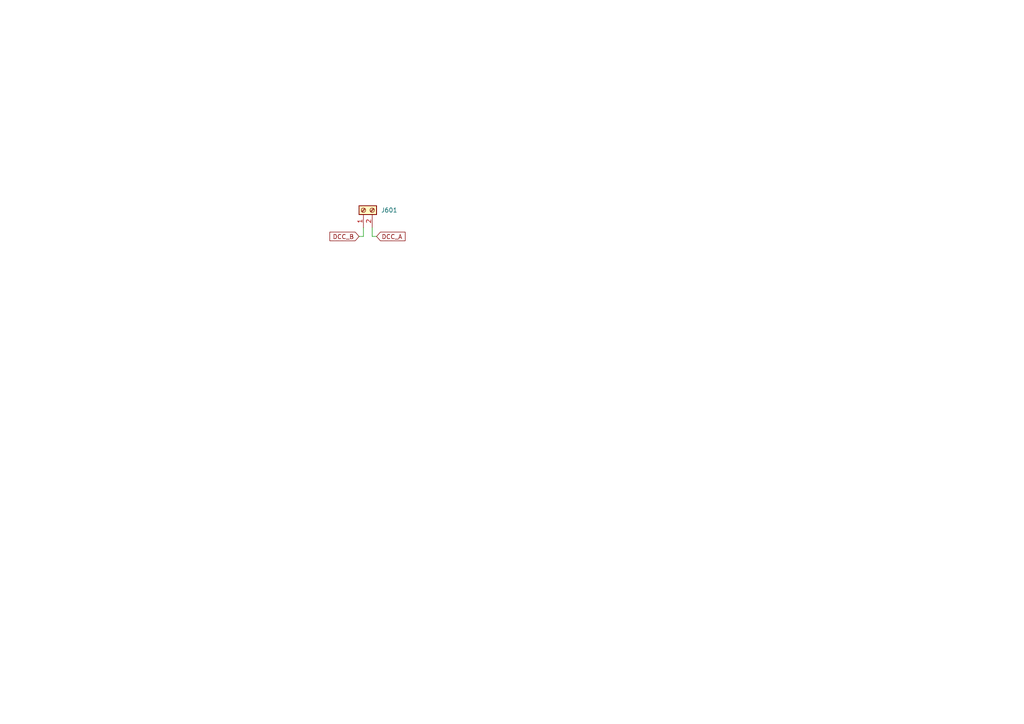
<source format=kicad_sch>
(kicad_sch (version 20231120) (generator "eeschema") (generator_version "8.0")
  (paper "A4")
  (lib_symbols
    (symbol "Connector:Screw_Terminal_01x02" (pin_names (offset 1.016) hide)
      (property "Reference" "J" (at 0 2.54 0))
      (property "Value" "Screw_Terminal_01x02" (at 0 -5.08 0))
      (symbol "Screw_Terminal_01x02_1_1"
        (rectangle (start -1.27 1.27) (end 1.27 -3.81) (stroke (width 0.254)) (fill (type background)))
        (circle (center 0 -2.54) (radius 0.635) (stroke (width 0.1524)))
        (polyline (pts (xy -0.5334 -2.2098) (xy 0.3302 -3.048)) (stroke (width 0.1524)))
        (polyline (pts (xy -0.5334 0.3302) (xy 0.3302 -0.508)) (stroke (width 0.1524)))
        (polyline (pts (xy -0.3556 -2.032) (xy 0.508 -2.8702)) (stroke (width 0.1524)))
        (polyline (pts (xy -0.3556 0.508) (xy 0.508 -0.3302)) (stroke (width 0.1524)))
        (circle (center 0 0) (radius 0.635) (stroke (width 0.1524)))
        (pin passive line (at -5.08 0 0) (length 3.81) (name "Pin_1") (number "1"))
        (pin passive line (at -5.08 -2.54 0) (length 3.81) (name "Pin_2") (number "2"))
      )
    )
  )
  (wire (pts (xy 107.95 66.04) (xy 107.95 68.58)))
  (wire (pts (xy 104.14 68.58) (xy 105.41 68.58)))
  (wire (pts (xy 109.22 68.58) (xy 107.95 68.58)))
  (wire (pts (xy 105.41 66.04) (xy 105.41 68.58)))
  (global_label "DCC_B" (shape input) (at 104.14 68.58 180) (property "Intersheetrefs" "${INTERSHEET_REFS}" (effects (hide yes))))
  (global_label "DCC_A" (shape input) (at 109.22 68.58 0) (property "Intersheetrefs" "${INTERSHEET_REFS}" (effects (hide yes))))
  (symbol (lib_id "Connector:Screw_Terminal_01x02") (at 105.41 60.96 90) (unit 1)
    (property "Reference" "J601" (at 110.49 60.9599 90) (effects (justify right)))
    (property "Value" "Screw_Terminal_01x02" (effects (hide yes)))
    (property "Footprint" "Connector_Phoenix_MC:PhoenixContact_MC_1,5_2-G-3.5_1x02_P3.50mm_Horizontal" (effects (hide yes)))
    (property "Description" "Generic screw terminal, single row, 01x02, script generated (kicad-library-utils/schlib/autogen/connector/)" (effects (hide yes)))
    (property "JLCPCB Part#" "C880572" (effects (hide yes)))
  )
)
</source>
